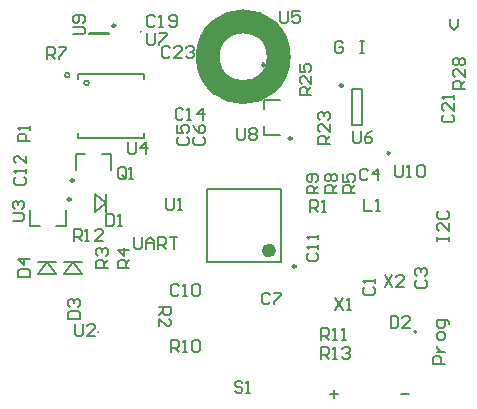
<source format=gbr>
%TF.GenerationSoftware,Altium Limited,Altium Designer,20.1.14 (287)*%
G04 Layer_Color=65535*
%FSLAX45Y45*%
%MOMM*%
%TF.SameCoordinates,D919A4BC-3EF6-4BA5-801F-EB9C9E4D33F9*%
%TF.FilePolarity,Positive*%
%TF.FileFunction,Legend,Top*%
%TF.Part,Single*%
G01*
G75*
%TA.AperFunction,NonConductor*%
%ADD55C,0.20000*%
%ADD61C,0.25000*%
%ADD99C,2.00000*%
%ADD100C,0.60000*%
D55*
X686708Y2735201D02*
G03*
X686708Y2735201I-20000J0D01*
G01*
X523108Y2800200D02*
G03*
X523108Y2800200I-20000J0D01*
G01*
X1126180Y3170000D02*
G03*
X1126180Y3170000I-5590J0D01*
G01*
X765000Y627500D02*
G03*
X765000Y627500I-5590J0D01*
G01*
X3459425Y629400D02*
G03*
X3459425Y629400I-10000J0D01*
G01*
X2310000Y1216274D02*
Y1836274D01*
X1690000Y1216274D02*
Y1836274D01*
Y1216274D02*
X2310000D01*
X1690000Y1836274D02*
X2310000D01*
X593108Y2270200D02*
Y2310201D01*
X1153108Y2270200D02*
Y2310200D01*
X593108Y2270200D02*
X1153108D01*
X593108Y2810200D02*
X1153108D01*
Y2770200D02*
Y2810200D01*
X593108Y2770200D02*
Y2810200D01*
X690000Y3145000D02*
X860000D01*
X690000Y3155000D02*
X860000D01*
X690000Y3145000D02*
Y3155000D01*
X860000Y3145000D02*
Y3155000D01*
X2911371Y2682626D02*
X2998871D01*
X2911371Y2382626D02*
X2998871D01*
X2911371D02*
Y2682626D01*
X2998871Y2382626D02*
Y2682626D01*
X2165685Y2514026D02*
Y2594027D01*
X2305685D01*
X2165685Y2294027D02*
Y2374026D01*
Y2294027D02*
X2305685D01*
X735000Y1642500D02*
Y1792500D01*
Y1642500D02*
X835000Y1717500D01*
X735000Y1792500D02*
X835000Y1717500D01*
Y1792500D01*
Y1642500D02*
Y1792500D01*
X255000Y1220895D02*
X330000D01*
X255000Y1120895D02*
X330000Y1220895D01*
X255000D02*
X405000D01*
X255000Y1120895D02*
X405000D01*
X330000Y1220895D02*
X405000Y1120895D01*
X475000D02*
X625000D01*
X550000Y1220895D02*
X625000Y1120895D01*
X475000D02*
X550000Y1220895D01*
X475000D02*
X550000D01*
X475000D02*
X625000D01*
X575000Y1995000D02*
Y2135000D01*
X655000D01*
X875000Y1995000D02*
Y2135000D01*
X795000D02*
X875000D01*
X490000Y1522500D02*
Y1662500D01*
X410000Y1522500D02*
X490000D01*
X190000D02*
Y1662500D01*
Y1522500D02*
X270000D01*
X3745799Y3279856D02*
Y3213210D01*
X3779121Y3179888D01*
X3812444Y3213210D01*
Y3279856D01*
X2978492Y3089968D02*
X3011814D01*
X2995153D01*
Y2990000D01*
X2978492D01*
X3011814D01*
X2835516Y3073306D02*
X2818855Y3089968D01*
X2785532D01*
X2768871Y3073306D01*
Y3006661D01*
X2785532Y2990000D01*
X2818855D01*
X2835516Y3006661D01*
Y3039984D01*
X2802193D01*
X1070000Y1429968D02*
Y1346661D01*
X1086661Y1330000D01*
X1119984D01*
X1136645Y1346661D01*
Y1429968D01*
X1169968Y1330000D02*
Y1396645D01*
X1203290Y1429968D01*
X1236613Y1396645D01*
Y1330000D01*
Y1379984D01*
X1169968D01*
X1269935Y1330000D02*
Y1429968D01*
X1319919D01*
X1336581Y1413306D01*
Y1379984D01*
X1319919Y1363322D01*
X1269935D01*
X1303258D02*
X1336581Y1330000D01*
X1369903Y1429968D02*
X1436548D01*
X1403226D01*
Y1330000D01*
X2730000Y99984D02*
X2796645D01*
X2763322Y133306D02*
Y66661D01*
X3329807Y99984D02*
X3396452D01*
X3698571Y357150D02*
X3598604D01*
Y407134D01*
X3615265Y423795D01*
X3648588D01*
X3665249Y407134D01*
Y357150D01*
X3631926Y457118D02*
X3698571D01*
X3665249D01*
X3648588Y473779D01*
X3631926Y490440D01*
Y507102D01*
X3698571Y573747D02*
Y607070D01*
X3681910Y623731D01*
X3648588D01*
X3631926Y607070D01*
Y573747D01*
X3648588Y557086D01*
X3681910D01*
X3698571Y573747D01*
X3731894Y690376D02*
Y707037D01*
X3715233Y723699D01*
X3631926D01*
Y673715D01*
X3648588Y657054D01*
X3681910D01*
X3698571Y673715D01*
Y723699D01*
X3631926Y1400000D02*
Y1433323D01*
Y1416662D01*
X3731894D01*
Y1400000D01*
Y1433323D01*
Y1549952D02*
Y1483307D01*
X3665249Y1549952D01*
X3648588D01*
X3631926Y1533291D01*
Y1499968D01*
X3648588Y1483307D01*
Y1649919D02*
X3631926Y1633258D01*
Y1599936D01*
X3648588Y1583274D01*
X3715233D01*
X3731894Y1599936D01*
Y1633258D01*
X3715233Y1649919D01*
X3190000Y1109968D02*
X3256645Y1010000D01*
Y1109968D02*
X3190000Y1010000D01*
X3356613D02*
X3289968D01*
X3356613Y1076645D01*
Y1093306D01*
X3339952Y1109968D01*
X3306629D01*
X3289968Y1093306D01*
X835000Y1622468D02*
Y1522500D01*
X884984D01*
X901645Y1539162D01*
Y1605807D01*
X884984Y1622468D01*
X835000D01*
X934968Y1522500D02*
X968290D01*
X951629D01*
Y1622468D01*
X934968Y1605807D01*
X3019365Y1749968D02*
Y1650000D01*
X3086010D01*
X3119333D02*
X3152656D01*
X3135994D01*
Y1749968D01*
X3119333Y1733306D01*
X1373355Y3033323D02*
X1356694Y3049984D01*
X1323371D01*
X1306710Y3033323D01*
Y2966678D01*
X1323371Y2950016D01*
X1356694D01*
X1373355Y2966678D01*
X1473322Y2950016D02*
X1406677D01*
X1473322Y3016661D01*
Y3033323D01*
X1456661Y3049984D01*
X1423339D01*
X1406677Y3033323D01*
X1506645D02*
X1523307Y3049984D01*
X1556629D01*
X1573290Y3033323D01*
Y3016661D01*
X1556629Y3000000D01*
X1539968D01*
X1556629D01*
X1573290Y2983339D01*
Y2966678D01*
X1556629Y2950016D01*
X1523307D01*
X1506645Y2966678D01*
X190000Y2240000D02*
X90032D01*
Y2289984D01*
X106693Y2306645D01*
X140016D01*
X156677Y2289984D01*
Y2240000D01*
X190000Y2339968D02*
Y2373290D01*
Y2356629D01*
X90032D01*
X106693Y2339968D01*
X3280000Y2039968D02*
Y1956661D01*
X3296661Y1940000D01*
X3329984D01*
X3346645Y1956661D01*
Y2039968D01*
X3379968Y1940000D02*
X3413290D01*
X3396629D01*
Y2039968D01*
X3379968Y2023306D01*
X3463274D02*
X3479936Y2039968D01*
X3513258D01*
X3529919Y2023306D01*
Y1956661D01*
X3513258Y1940000D01*
X3479936D01*
X3463274Y1956661D01*
Y2023306D01*
X2920000Y2329968D02*
Y2246661D01*
X2936661Y2230000D01*
X2969984D01*
X2986645Y2246661D01*
Y2329968D01*
X3086613D02*
X3053290Y2313307D01*
X3019968Y2279984D01*
Y2246661D01*
X3036629Y2230000D01*
X3069952D01*
X3086613Y2246661D01*
Y2263323D01*
X3069952Y2279984D01*
X3019968D01*
X1940000Y2349968D02*
Y2266661D01*
X1956661Y2250000D01*
X1989984D01*
X2006645Y2266661D01*
Y2349968D01*
X2039968Y2333306D02*
X2056629Y2349968D01*
X2089952D01*
X2106613Y2333306D01*
Y2316645D01*
X2089952Y2299984D01*
X2106613Y2283323D01*
Y2266661D01*
X2089952Y2250000D01*
X2056629D01*
X2039968Y2266661D01*
Y2283323D01*
X2056629Y2299984D01*
X2039968Y2316645D01*
Y2333306D01*
X2056629Y2299984D02*
X2089952D01*
X557500Y1400000D02*
Y1499968D01*
X607484D01*
X624145Y1483306D01*
Y1449984D01*
X607484Y1433323D01*
X557500D01*
X590823D02*
X624145Y1400000D01*
X657468D02*
X690791D01*
X674129D01*
Y1499968D01*
X657468Y1483306D01*
X807420Y1400000D02*
X740774D01*
X807420Y1466645D01*
Y1483306D01*
X790758Y1499968D01*
X757436D01*
X740774Y1483306D01*
X2730000Y2220000D02*
X2630032D01*
Y2269984D01*
X2646693Y2286645D01*
X2680016D01*
X2696677Y2269984D01*
Y2220000D01*
Y2253322D02*
X2730000Y2286645D01*
Y2386613D02*
Y2319968D01*
X2663355Y2386613D01*
X2646693D01*
X2630032Y2369952D01*
Y2336629D01*
X2646693Y2319968D01*
Y2419935D02*
X2630032Y2436597D01*
Y2469919D01*
X2646693Y2486580D01*
X2663355D01*
X2680016Y2469919D01*
Y2453258D01*
Y2469919D01*
X2696677Y2486580D01*
X2713338D01*
X2730000Y2469919D01*
Y2436597D01*
X2713338Y2419935D01*
X2570000Y2630000D02*
X2470032D01*
Y2679984D01*
X2486694Y2696645D01*
X2520016D01*
X2536677Y2679984D01*
Y2630000D01*
Y2663323D02*
X2570000Y2696645D01*
Y2796613D02*
Y2729968D01*
X2503355Y2796613D01*
X2486694D01*
X2470032Y2779952D01*
Y2746629D01*
X2486694Y2729968D01*
X2470032Y2896581D02*
Y2829936D01*
X2520016D01*
X2503355Y2863258D01*
Y2879920D01*
X2520016Y2896581D01*
X2553339D01*
X2570000Y2879920D01*
Y2846597D01*
X2553339Y2829936D01*
X3870000Y2682626D02*
X3770032D01*
Y2732610D01*
X3786693Y2749271D01*
X3820016D01*
X3836677Y2732610D01*
Y2682626D01*
Y2715949D02*
X3870000Y2749271D01*
Y2849239D02*
Y2782594D01*
X3803355Y2849239D01*
X3786693D01*
X3770032Y2832578D01*
Y2799256D01*
X3786693Y2782594D01*
Y2882562D02*
X3770032Y2899223D01*
Y2932546D01*
X3786693Y2949207D01*
X3803355D01*
X3820016Y2932546D01*
X3836677Y2949207D01*
X3853338D01*
X3870000Y2932546D01*
Y2899223D01*
X3853338Y2882562D01*
X3836677D01*
X3820016Y2899223D01*
X3803355Y2882562D01*
X3786693D01*
X3820016Y2899223D02*
Y2932546D01*
X996645Y1936661D02*
Y2003306D01*
X979984Y2019968D01*
X946661D01*
X930000Y2003306D01*
Y1936661D01*
X946661Y1920000D01*
X979984D01*
X963322Y1953322D02*
X996645Y1920000D01*
X979984D02*
X996645Y1936661D01*
X1029968Y1920000D02*
X1063290D01*
X1046629D01*
Y2019968D01*
X1029968Y2003306D01*
X3696694Y2466645D02*
X3680032Y2449984D01*
Y2416661D01*
X3696694Y2400000D01*
X3763339D01*
X3780000Y2416661D01*
Y2449984D01*
X3763339Y2466645D01*
X3780000Y2566613D02*
Y2499968D01*
X3713355Y2566613D01*
X3696694D01*
X3680032Y2549952D01*
Y2516629D01*
X3696694Y2499968D01*
X3780000Y2599936D02*
Y2633258D01*
Y2616597D01*
X3680032D01*
X3696694Y2599936D01*
X570000Y689968D02*
Y606661D01*
X586661Y590000D01*
X619984D01*
X636645Y606661D01*
Y689968D01*
X736613Y590000D02*
X669968D01*
X736613Y656645D01*
Y673307D01*
X719952Y689968D01*
X686629D01*
X669968Y673307D01*
X850000Y1170000D02*
X750032D01*
Y1219984D01*
X766694Y1236645D01*
X800016D01*
X816678Y1219984D01*
Y1170000D01*
Y1203322D02*
X850000Y1236645D01*
X766694Y1269968D02*
X750032Y1286629D01*
Y1319952D01*
X766694Y1336613D01*
X783355D01*
X800016Y1319952D01*
Y1303290D01*
Y1319952D01*
X816678Y1336613D01*
X833339D01*
X850000Y1319952D01*
Y1286629D01*
X833339Y1269968D01*
X1030000Y1170000D02*
X930032D01*
Y1219984D01*
X946694Y1236645D01*
X980016D01*
X996677Y1219984D01*
Y1170000D01*
Y1203322D02*
X1030000Y1236645D01*
Y1319952D02*
X930032D01*
X980016Y1269968D01*
Y1336613D01*
X1280000Y840000D02*
X1379968D01*
Y790016D01*
X1363306Y773355D01*
X1329984D01*
X1313322Y790016D01*
Y840000D01*
Y806678D02*
X1280000Y773355D01*
Y673387D02*
Y740032D01*
X1346645Y673387D01*
X1363306D01*
X1379968Y690048D01*
Y723371D01*
X1363306Y740032D01*
X1020000Y2234968D02*
Y2151661D01*
X1036661Y2135000D01*
X1069984D01*
X1086645Y2151661D01*
Y2234968D01*
X1169952Y2135000D02*
Y2234968D01*
X1119968Y2184984D01*
X1186613D01*
X1486645Y2503306D02*
X1469984Y2519968D01*
X1436661D01*
X1420000Y2503306D01*
Y2436661D01*
X1436661Y2420000D01*
X1469984D01*
X1486645Y2436661D01*
X1519968Y2420000D02*
X1553290D01*
X1536629D01*
Y2519968D01*
X1519968Y2503306D01*
X1653258Y2420000D02*
Y2519968D01*
X1603274Y2469984D01*
X1669919D01*
X1796645Y2724507D02*
X1779984Y2741168D01*
X1746661D01*
X1730000Y2724507D01*
Y2657862D01*
X1746661Y2641200D01*
X1779984D01*
X1796645Y2657862D01*
X1829968Y2641200D02*
X1863290D01*
X1846629D01*
Y2741168D01*
X1829968Y2724507D01*
X1979919Y2741168D02*
X1913274D01*
Y2691184D01*
X1946597Y2707845D01*
X1963258D01*
X1979919Y2691184D01*
Y2657862D01*
X1963258Y2641200D01*
X1929936D01*
X1913274Y2657862D01*
X2770000Y909968D02*
X2836645Y810000D01*
Y909968D02*
X2770000Y810000D01*
X2869968D02*
X2903290D01*
X2886629D01*
Y909968D01*
X2869968Y893306D01*
X40032Y1570000D02*
X123339D01*
X140000Y1586661D01*
Y1619984D01*
X123339Y1636645D01*
X40032D01*
X56694Y1669968D02*
X40032Y1686629D01*
Y1719952D01*
X56694Y1736613D01*
X73355D01*
X90016Y1719952D01*
Y1703290D01*
Y1719952D01*
X106677Y1736613D01*
X123339D01*
X140000Y1719952D01*
Y1686629D01*
X123339Y1669968D01*
X3046645Y1993306D02*
X3029984Y2009968D01*
X2996661D01*
X2980000Y1993306D01*
Y1926661D01*
X2996661Y1910000D01*
X3029984D01*
X3046645Y1926661D01*
X3129952Y1910000D02*
Y2009968D01*
X3079968Y1959984D01*
X3146613D01*
X3532732Y1066645D02*
X3549393Y1049984D01*
Y1016661D01*
X3532732Y1000000D01*
X3466087D01*
X3449425Y1016661D01*
Y1049984D01*
X3466087Y1066645D01*
X3532732Y1099968D02*
X3549393Y1116629D01*
Y1149952D01*
X3532732Y1166613D01*
X3516070D01*
X3499409Y1149952D01*
Y1133290D01*
Y1149952D01*
X3482748Y1166613D01*
X3466087D01*
X3449425Y1149952D01*
Y1116629D01*
X3466087Y1099968D01*
X3026693Y1006645D02*
X3010032Y989984D01*
Y956661D01*
X3026693Y940000D01*
X3093338D01*
X3110000Y956661D01*
Y989984D01*
X3093338Y1006645D01*
X3110000Y1039968D02*
Y1073290D01*
Y1056629D01*
X3010032D01*
X3026693Y1039968D01*
X2546694Y1296645D02*
X2530032Y1279984D01*
Y1246661D01*
X2546694Y1230000D01*
X2613339D01*
X2630000Y1246661D01*
Y1279984D01*
X2613339Y1296645D01*
X2630000Y1329968D02*
Y1363290D01*
Y1346629D01*
X2530032D01*
X2546694Y1329968D01*
X2630000Y1413274D02*
Y1446597D01*
Y1429936D01*
X2530032D01*
X2546694Y1413274D01*
X1446645Y1013306D02*
X1429984Y1029968D01*
X1396661D01*
X1380000Y1013306D01*
Y946661D01*
X1396661Y930000D01*
X1429984D01*
X1446645Y946661D01*
X1479968Y930000D02*
X1513290D01*
X1496629D01*
Y1029968D01*
X1479968Y1013306D01*
X1563274D02*
X1579936Y1029968D01*
X1613258D01*
X1629919Y1013306D01*
Y946661D01*
X1613258Y930000D01*
X1579936D01*
X1563274Y946661D01*
Y1013306D01*
X2216645Y943306D02*
X2199984Y959968D01*
X2166661D01*
X2150000Y943306D01*
Y876661D01*
X2166661Y860000D01*
X2199984D01*
X2216645Y876661D01*
X2249968Y959968D02*
X2316613D01*
Y943306D01*
X2249968Y876661D01*
Y860000D01*
X1586694Y2276645D02*
X1570032Y2259984D01*
Y2226661D01*
X1586694Y2210000D01*
X1653339D01*
X1670000Y2226661D01*
Y2259984D01*
X1653339Y2276645D01*
X1570032Y2376612D02*
X1586694Y2343290D01*
X1620016Y2309967D01*
X1653339D01*
X1670000Y2326629D01*
Y2359951D01*
X1653339Y2376612D01*
X1636677D01*
X1620016Y2359951D01*
Y2309967D01*
X1446694Y2276645D02*
X1430032Y2259984D01*
Y2226661D01*
X1446694Y2210000D01*
X1513339D01*
X1530000Y2226661D01*
Y2259984D01*
X1513339Y2276645D01*
X1430032Y2376613D02*
Y2309968D01*
X1480016D01*
X1463355Y2343290D01*
Y2359952D01*
X1480016Y2376613D01*
X1513339D01*
X1530000Y2359952D01*
Y2326629D01*
X1513339Y2309968D01*
X66694Y1936645D02*
X50032Y1919984D01*
Y1886661D01*
X66694Y1870000D01*
X133339D01*
X150000Y1886661D01*
Y1919984D01*
X133339Y1936645D01*
X150000Y1969968D02*
Y2003290D01*
Y1986629D01*
X50032D01*
X66694Y1969968D01*
X150000Y2119919D02*
Y2053274D01*
X83355Y2119919D01*
X66694D01*
X50032Y2103258D01*
Y2069936D01*
X66694Y2053274D01*
X1340000Y1762468D02*
Y1679161D01*
X1356661Y1662500D01*
X1389984D01*
X1406645Y1679161D01*
Y1762468D01*
X1439968Y1662500D02*
X1473290D01*
X1456629D01*
Y1762468D01*
X1439968Y1745807D01*
X1246645Y3293306D02*
X1229984Y3309968D01*
X1196661D01*
X1180000Y3293306D01*
Y3226661D01*
X1196661Y3210000D01*
X1229984D01*
X1246645Y3226661D01*
X1279968Y3210000D02*
X1313290D01*
X1296629D01*
Y3309968D01*
X1279968Y3293306D01*
X1363274Y3226661D02*
X1379936Y3210000D01*
X1413258D01*
X1429919Y3226661D01*
Y3293306D01*
X1413258Y3309968D01*
X1379936D01*
X1363274Y3293306D01*
Y3276645D01*
X1379936Y3259984D01*
X1429919D01*
X2941865Y1800039D02*
X2841898D01*
Y1850023D01*
X2858559Y1866684D01*
X2891881D01*
X2908543Y1850023D01*
Y1800039D01*
Y1833362D02*
X2941865Y1866684D01*
X2841898Y1966652D02*
Y1900007D01*
X2891881D01*
X2875220Y1933330D01*
Y1949991D01*
X2891881Y1966652D01*
X2925204D01*
X2941865Y1949991D01*
Y1916669D01*
X2925204Y1900007D01*
X1180000Y3159968D02*
Y3076661D01*
X1196661Y3060000D01*
X1229984D01*
X1246645Y3076661D01*
Y3159968D01*
X1279968D02*
X1346613D01*
Y3143306D01*
X1279968Y3076661D01*
Y3060000D01*
X2786474Y1800509D02*
X2686506D01*
Y1850493D01*
X2703167Y1867154D01*
X2736490D01*
X2753151Y1850493D01*
Y1800509D01*
Y1833832D02*
X2786474Y1867154D01*
X2703167Y1900477D02*
X2686506Y1917138D01*
Y1950461D01*
X2703167Y1967122D01*
X2719829D01*
X2736490Y1950461D01*
X2753151Y1967122D01*
X2769812D01*
X2786474Y1950461D01*
Y1917138D01*
X2769812Y1900477D01*
X2753151D01*
X2736490Y1917138D01*
X2719829Y1900477D01*
X2703167D01*
X2736490Y1917138D02*
Y1950461D01*
X2629273Y1798700D02*
X2529306D01*
Y1848684D01*
X2545967Y1865345D01*
X2579289D01*
X2595951Y1848684D01*
Y1798700D01*
Y1832023D02*
X2629273Y1865345D01*
X2612612Y1898668D02*
X2629273Y1915329D01*
Y1948652D01*
X2612612Y1965313D01*
X2545967D01*
X2529306Y1948652D01*
Y1915329D01*
X2545967Y1898668D01*
X2562628D01*
X2579289Y1915329D01*
Y1965313D01*
X555032Y3145000D02*
X638339D01*
X655000Y3161661D01*
Y3194984D01*
X638339Y3211645D01*
X555032D01*
X638339Y3244968D02*
X655000Y3261629D01*
Y3294952D01*
X638339Y3311613D01*
X571694D01*
X555032Y3294952D01*
Y3261629D01*
X571694Y3244968D01*
X588355D01*
X605016Y3261629D01*
Y3311613D01*
X2560000Y1640000D02*
Y1739968D01*
X2609984D01*
X2626645Y1723306D01*
Y1689984D01*
X2609984Y1673323D01*
X2560000D01*
X2593322D02*
X2626645Y1640000D01*
X2659968D02*
X2693290D01*
X2676629D01*
Y1739968D01*
X2659968Y1723306D01*
X2305685Y3339968D02*
Y3256662D01*
X2322347Y3240000D01*
X2355669D01*
X2372330Y3256662D01*
Y3339968D01*
X2472298D02*
X2405653D01*
Y3289984D01*
X2438976Y3306645D01*
X2455637D01*
X2472298Y3289984D01*
Y3256662D01*
X2455637Y3240000D01*
X2422314D01*
X2405653Y3256662D01*
X3240000Y759968D02*
Y660000D01*
X3289984D01*
X3306645Y676661D01*
Y743306D01*
X3289984Y759968D01*
X3240000D01*
X3406613Y660000D02*
X3339968D01*
X3406613Y726645D01*
Y743306D01*
X3389952Y759968D01*
X3356629D01*
X3339968Y743306D01*
X330000Y2940000D02*
Y3039968D01*
X379984D01*
X396645Y3023306D01*
Y2989984D01*
X379984Y2973322D01*
X330000D01*
X363323D02*
X396645Y2940000D01*
X429968Y3039968D02*
X496613D01*
Y3023306D01*
X429968Y2956661D01*
Y2940000D01*
X1380000Y460000D02*
Y559968D01*
X1429984D01*
X1446645Y543307D01*
Y509984D01*
X1429984Y493323D01*
X1380000D01*
X1413323D02*
X1446645Y460000D01*
X1479968D02*
X1513290D01*
X1496629D01*
Y559968D01*
X1479968Y543307D01*
X1563274D02*
X1579936Y559968D01*
X1613258D01*
X1629919Y543307D01*
Y476661D01*
X1613258Y460000D01*
X1579936D01*
X1563274Y476661D01*
Y543307D01*
X2650000Y560000D02*
Y659968D01*
X2699984D01*
X2716645Y643306D01*
Y609984D01*
X2699984Y593322D01*
X2650000D01*
X2683323D02*
X2716645Y560000D01*
X2749968D02*
X2783290D01*
X2766629D01*
Y659968D01*
X2749968Y643306D01*
X2833274Y560000D02*
X2866597D01*
X2849936D01*
Y659968D01*
X2833274Y643306D01*
X2650000Y400000D02*
Y499968D01*
X2699984D01*
X2716645Y483306D01*
Y449984D01*
X2699984Y433322D01*
X2650000D01*
X2683323D02*
X2716645Y400000D01*
X2749968D02*
X2783290D01*
X2766629D01*
Y499968D01*
X2749968Y483306D01*
X2833274D02*
X2849936Y499968D01*
X2883258D01*
X2899919Y483306D01*
Y466645D01*
X2883258Y449984D01*
X2866597D01*
X2883258D01*
X2899919Y433322D01*
Y416661D01*
X2883258Y400000D01*
X2849936D01*
X2833274Y416661D01*
X1986645Y193306D02*
X1969984Y209968D01*
X1936661D01*
X1920000Y193306D01*
Y176645D01*
X1936661Y159984D01*
X1969984D01*
X1986645Y143323D01*
Y126661D01*
X1969984Y110000D01*
X1936661D01*
X1920000Y126661D01*
X2019968Y110000D02*
X2053290D01*
X2036629D01*
Y209968D01*
X2019968Y193306D01*
X510032Y740000D02*
X610000D01*
Y789984D01*
X593339Y806645D01*
X526694D01*
X510032Y789984D01*
Y740000D01*
X526694Y839968D02*
X510032Y856629D01*
Y889952D01*
X526694Y906613D01*
X543355D01*
X560016Y889952D01*
Y873290D01*
Y889952D01*
X576678Y906613D01*
X593339D01*
X610000Y889952D01*
Y856629D01*
X593339Y839968D01*
X90032Y1090000D02*
X190000D01*
Y1139984D01*
X173338Y1156645D01*
X106693D01*
X90032Y1139984D01*
Y1090000D01*
X190000Y1239952D02*
X90032D01*
X140016Y1189968D01*
Y1256613D01*
D61*
X2437500Y1181274D02*
G03*
X2437500Y1181274I-12500J0D01*
G01*
X910000Y3220000D02*
G03*
X910000Y3220000I-12500J0D01*
G01*
X2175686Y2887626D02*
G03*
X2175686Y2887626I-12500J0D01*
G01*
X2836371Y2712627D02*
G03*
X2836371Y2712627I-12500J0D01*
G01*
X3233871Y2140026D02*
G03*
X3233871Y2140026I-10000J0D01*
G01*
X2403185Y2264026D02*
G03*
X2403185Y2264026I-12500J0D01*
G01*
X557500Y1910000D02*
G03*
X557500Y1910000I-12500J0D01*
G01*
X532500Y1747500D02*
G03*
X532500Y1747500I-12500J0D01*
G01*
D99*
X2293177Y2956431D02*
G03*
X2293177Y2956431I-300000J0D01*
G01*
D100*
X2240000Y1316274D02*
G03*
X2240000Y1316274I-30000J0D01*
G01*
%TF.MD5,bbfab129373192ae39f7cecfd37ad783*%
M02*

</source>
